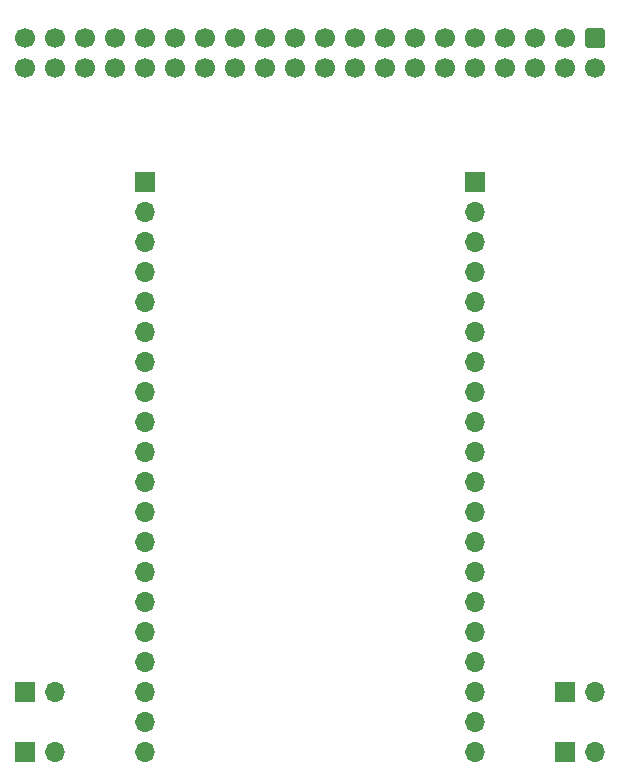
<source format=gbr>
%TF.GenerationSoftware,KiCad,Pcbnew,(5.1.9)-1*%
%TF.CreationDate,2022-02-08T17:05:31+09:00*%
%TF.ProjectId,odroid-extend,6f64726f-6964-42d6-9578-74656e642e6b,rev?*%
%TF.SameCoordinates,Original*%
%TF.FileFunction,Soldermask,Top*%
%TF.FilePolarity,Negative*%
%FSLAX46Y46*%
G04 Gerber Fmt 4.6, Leading zero omitted, Abs format (unit mm)*
G04 Created by KiCad (PCBNEW (5.1.9)-1) date 2022-02-08 17:05:31*
%MOMM*%
%LPD*%
G01*
G04 APERTURE LIST*
%ADD10O,1.700000X1.700000*%
%ADD11R,1.700000X1.700000*%
%ADD12C,1.700000*%
G04 APERTURE END LIST*
D10*
%TO.C,J7*%
X186944000Y-127000000D03*
D11*
X184404000Y-127000000D03*
%TD*%
%TO.C,J6*%
X138684000Y-127000000D03*
D10*
X141224000Y-127000000D03*
%TD*%
D12*
%TO.C,J1*%
X138684000Y-69088000D03*
X141224000Y-69088000D03*
X143764000Y-69088000D03*
X146304000Y-69088000D03*
X148844000Y-69088000D03*
X151384000Y-69088000D03*
X153924000Y-69088000D03*
X156464000Y-69088000D03*
X159004000Y-69088000D03*
X161544000Y-69088000D03*
X164084000Y-69088000D03*
X166624000Y-69088000D03*
X169164000Y-69088000D03*
X171704000Y-69088000D03*
X174244000Y-69088000D03*
X176784000Y-69088000D03*
X179324000Y-69088000D03*
X181864000Y-69088000D03*
X184404000Y-69088000D03*
X186944000Y-69088000D03*
X138684000Y-66548000D03*
X141224000Y-66548000D03*
X143764000Y-66548000D03*
X146304000Y-66548000D03*
X148844000Y-66548000D03*
X151384000Y-66548000D03*
X153924000Y-66548000D03*
X156464000Y-66548000D03*
X159004000Y-66548000D03*
X161544000Y-66548000D03*
X164084000Y-66548000D03*
X166624000Y-66548000D03*
X169164000Y-66548000D03*
X171704000Y-66548000D03*
X174244000Y-66548000D03*
X176784000Y-66548000D03*
X179324000Y-66548000D03*
X181864000Y-66548000D03*
X184404000Y-66548000D03*
G36*
G01*
X186344000Y-65698000D02*
X187544000Y-65698000D01*
G75*
G02*
X187794000Y-65948000I0J-250000D01*
G01*
X187794000Y-67148000D01*
G75*
G02*
X187544000Y-67398000I-250000J0D01*
G01*
X186344000Y-67398000D01*
G75*
G02*
X186094000Y-67148000I0J250000D01*
G01*
X186094000Y-65948000D01*
G75*
G02*
X186344000Y-65698000I250000J0D01*
G01*
G37*
%TD*%
D11*
%TO.C,J2*%
X148818600Y-78765400D03*
D10*
X148818600Y-81305400D03*
X148818600Y-83845400D03*
X148818600Y-86385400D03*
X148818600Y-88925400D03*
X148818600Y-91465400D03*
X148818600Y-94005400D03*
X148818600Y-96545400D03*
X148818600Y-99085400D03*
X148818600Y-101625400D03*
X148818600Y-104165400D03*
X148818600Y-106705400D03*
X148818600Y-109245400D03*
X148818600Y-111785400D03*
X148818600Y-114325400D03*
X148818600Y-116865400D03*
X148818600Y-119405400D03*
X148818600Y-121945400D03*
X148818600Y-124485400D03*
X148818600Y-127025400D03*
%TD*%
%TO.C,J3*%
X176758600Y-127025400D03*
X176758600Y-124485400D03*
X176758600Y-121945400D03*
X176758600Y-119405400D03*
X176758600Y-116865400D03*
X176758600Y-114325400D03*
X176758600Y-111785400D03*
X176758600Y-109245400D03*
X176758600Y-106705400D03*
X176758600Y-104165400D03*
X176758600Y-101625400D03*
X176758600Y-99085400D03*
X176758600Y-96545400D03*
X176758600Y-94005400D03*
X176758600Y-91465400D03*
X176758600Y-88925400D03*
X176758600Y-86385400D03*
X176758600Y-83845400D03*
X176758600Y-81305400D03*
D11*
X176758600Y-78765400D03*
%TD*%
%TO.C,J4*%
X138684000Y-121920000D03*
D10*
X141224000Y-121920000D03*
%TD*%
D11*
%TO.C,J5*%
X184404000Y-121920000D03*
D10*
X186944000Y-121920000D03*
%TD*%
M02*

</source>
